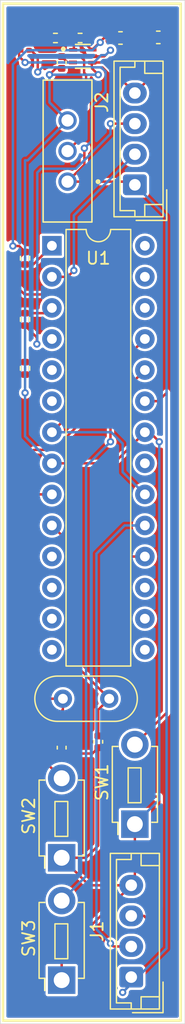
<source format=kicad_pcb>
(kicad_pcb (version 20240108) (generator "pcbnew") (generator_version "8.0")
  (layers (0 "F.Cu" signal) (31 "B.Cu" signal) (34 "B.Paste" user) (35 "F.Paste" user) (36 "B.SilkS" user "B.Silkscreen") (37 "F.SilkS" user "F.Silkscreen") (38 "B.Mask" user) (39 "F.Mask" user) (44 "Edge.Cuts" user))
  (net 0 "")
  (net 1 "Net-(U1-XTAL1{slash}PB6)")
  (net 2 "GND")
  (net 3 "Net-(U1-XTAL2{slash}PB7)")
  (net 4 "os1")
  (net 5 "os2")
  (net 6 "tx")
  (net 7 "rx")
  (net 8 "Net-(U1-~{RESET}{slash}PC6)")
  (net 9 "Net-(U1-PD1)")
  (net 13 "middle")
  (net 17 "left")
  (net 26 "Net-(C4-Pad2)")
  (net 27 "Net-(U3-SW)")
  (net 28 "Net-(U3-FB)")
  (net 29 "Net-(U3-EN)")
  (net 30 "Right")
  (net 31 "vcc2")
  (net 32 "vcc1")
  (footprint "Resistor_SMD:R_0402_1005Metric" (layer "F.Cu") (at 106 86 90)
    (property "Reference" "R1" (hide yes))
    (property "Value" "10k")
    (fp_line (start -0.153641 -0.38) (end 0.153641 -0.38) (stroke (width 0.12)) (layer "F.SilkS"))
    (fp_line (start -0.153641 0.38) (end 0.153641 0.38) (stroke (width 0.12)) (layer "F.SilkS"))
    (pad "1" smd roundrect (at -0.51 0 90) (size 0.54 0.64) (layers "F.Cu" "F.Paste" "F.Mask") (net 8 "Net-(U1-~{RESET}{slash}PC6)"))
    (pad "2" smd roundrect (at 0.51 0 90) (size 0.54 0.64) (layers "F.Cu" "F.Paste" "F.Mask") (net 31 "vcc2"))
  )
  (footprint "Crystal:Crystal_HC52-8mm_Vertical" (layer "F.Cu") (at 112.9 122 180)
    (property "Reference" "Y2" (hide yes))
    (property "Value" "Crystal")
    (fp_line (start -0.45 1.85) (end 4.25 1.85) (stroke (width 0.12)) (layer "F.SilkS"))
    (fp_line (start -0.45 -1.85) (end 4.25 -1.85) (stroke (width 0.12)) (layer "F.SilkS"))
    (fp_arc (start 4.25 -1.85) (mid 6.1 0) (end 4.25 1.85) (stroke (width 0.12)) (layer "F.SilkS"))
    (fp_arc (start -0.45 1.85) (mid -2.3 0) (end -0.45 -1.85) (stroke (width 0.12)) (layer "F.SilkS"))
    (pad "1" thru_hole circle (at 0 0 180) (size 1.5 1.5) (drill 0.8) (layers "*.Cu" "*.Mask") (net 3 "Net-(U1-XTAL2{slash}PB7)"))
    (pad "2" thru_hole circle (at 3.8 0 180) (size 1.5 1.5) (drill 0.8) (layers "*.Cu" "*.Mask") (net 1 "Net-(U1-XTAL1{slash}PB6)"))
  )
  (footprint "Connector_JST:JST_EH_B4B-EH-A_1x04_P2.50mm_Vertical" (layer "F.Cu") (at 114.7 144.75 90)
    (property "Reference" "J1" (at 3.75 -2.8 90) (layer "F.SilkS"))
    (property "Value" "Conn_01x04_Socket" (hide yes))
    (fp_line (start 10.11 -1.71) (end -2.61 -1.71) (stroke (width 0.12)) (layer "F.SilkS"))
    (fp_line (start -2.61 -1.71) (end -2.61 2.31) (stroke (width 0.12)) (layer "F.SilkS"))
    (fp_line (start 9.61 -1.21) (end 9.61 0) (stroke (width 0.12)) (layer "F.SilkS"))
    (fp_line (start -2.11 -1.21) (end 9.61 -1.21) (stroke (width 0.12)) (layer "F.SilkS"))
    (fp_line (start 9.61 0) (end 10.11 0) (stroke (width 0.12)) (layer "F.SilkS"))
    (fp_line (start -2.11 0) (end -2.11 -1.21) (stroke (width 0.12)) (layer "F.SilkS"))
    (fp_line (start -2.61 0) (end -2.11 0) (stroke (width 0.12)) (layer "F.SilkS"))
    (fp_line (start -2.91 0.11) (end -2.91 2.61) (stroke (width 0.12)) (layer "F.SilkS"))
    (fp_line (start 10.11 0.81) (end 9.11 0.81) (stroke (width 0.12)) (layer "F.SilkS"))
    (fp_line (start 9.11 0.81) (end 9.11 2.31) (stroke (width 0.12)) (layer "F.SilkS"))
    (fp_line (start -1.61 0.81) (end -1.61 2.31) (stroke (width 0.12)) (layer "F.SilkS"))
    (fp_line (start -2.61 0.81) (end -1.61 0.81) (stroke (width 0.12)) (layer "F.SilkS"))
    (fp_line (start 10.11 2.31) (end 10.11 -1.71) (stroke (width 0.12)) (layer "F.SilkS"))
    (fp_line (start -2.61 2.31) (end 10.11 2.31) (stroke (width 0.12)) (layer "F.SilkS"))
    (fp_line (start -2.91 2.61) (end -0.41 2.61) (stroke (width 0.12)) (layer "F.SilkS"))
    (pad "1" thru_hole roundrect (at 0 0 90) (size 1.7 1.95) (drill 0.95) (layers "*.Cu" "*.Mask") (roundrect_rratio 0.147059) (net 32 "vcc1"))
    (pad "2" thru_hole oval (at 2.5 0 90) (size 1.7 1.95) (drill 0.95) (layers "*.Cu" "*.Mask") (net 4 "os1"))
    (pad "3" thru_hole oval (at 5 0 90) (size 1.7 1.95) (drill 0.95) (layers "*.Cu" "*.Mask") (net 5 "os2"))
    (pad "4" thru_hole oval (at 7.5 0 90) (size 1.7 1.95) (drill 0.95) (layers "*.Cu" "*.Mask") (net 2 "GND"))
  )
  (footprint "EG1218:SW_EG1218" (layer "F.Cu") (at 109.48 77.24 90)
    (property "Reference" "S2" (hide yes))
    (property "Value" "EG1218")
    (fp_line (start -5.8 -2) (end 5.8 -2) (stroke (width 0.127)) (layer "F.SilkS"))
    (fp_line (start 5.8 2) (end 5.8 -2) (stroke (width 0.127)) (layer "F.SilkS"))
    (fp_line (start -5.8 2) (end -5.8 -2) (stroke (width 0.127)) (layer "F.SilkS"))
    (fp_line (start -5.8 2) (end 5.8 2) (stroke (width 0.127)) (layer "F.SilkS"))
    (fp_circle (center -2.5 2.5) (end -2.5 2.4) (stroke (width 0.2)) (fill none) (layer "F.SilkS"))
    (pad "1" thru_hole circle (at -2.5 0 90) (size 1.508 1.508) (drill 1) (layers "*.Cu" "*.Mask") (net 32 "vcc1"))
    (pad "2" thru_hole circle (at 0 0 90) (size 1.508 1.508) (drill 1) (layers "*.Cu" "*.Mask") (net 29 "Net-(U3-EN)"))
    (pad "3" thru_hole circle (at 2.5 0 90) (size 1.508 1.508) (drill 1) (layers "*.Cu" "*.Mask") (net 2 "GND"))
  )
  (footprint "Package_DIP:DIP-28_W7.62mm" (layer "F.Cu") (at 108.2 84.98)
    (property "Reference" "U1" (at 3.8 1.02 0) (layer "F.SilkS"))
    (property "Value" "ATmega328P-P" (hide yes))
    (fp_line (start 1.16 -1.33) (end 1.16 34.35) (stroke (width 0.12)) (layer "F.SilkS"))
    (fp_line (start 1.16 34.35) (end 6.46 34.35) (stroke (width 0.12)) (layer "F.SilkS"))
    (fp_line (start 2.81 -1.33) (end 1.16 -1.33) (stroke (width 0.12)) (layer "F.SilkS"))
    (fp_line (start 6.46 -1.33) (end 4.81 -1.33) (stroke (width 0.12)) (layer "F.SilkS"))
    (fp_line (start 6.46 34.35) (end 6.46 -1.33) (stroke (width 0.12)) (layer "F.SilkS"))
    (fp_arc (start 4.81 -1.33) (mid 3.81 -0.33) (end 2.81 -1.33) (stroke (width 0.12)) (layer "F.SilkS"))
    (pad "1" thru_hole rect (at 0 0) (size 1.6 1.6) (drill 0.8) (layers "*.Cu" "*.Mask") (net 8 "Net-(U1-~{RESET}{slash}PC6)"))
    (pad "2" thru_hole oval (at 0 2.54) (size 1.6 1.6) (drill 0.8) (layers "*.Cu" "*.Mask") (net 6 "tx"))
    (pad "3" thru_hole oval (at 0 5.08) (size 1.6 1.6) (drill 0.8) (layers "*.Cu" "*.Mask") (net 9 "Net-(U1-PD1)"))
    (pad "4" thru_hole oval (at 0 7.62) (size 1.6 1.6) (drill 0.8) (layers "*.Cu" "*.Mask"))
    (pad "5" thru_hole oval (at 0 10.16) (size 1.6 1.6) (drill 0.8) (layers "*.Cu" "*.Mask"))
    (pad "6" thru_hole oval (at 0 12.7) (size 1.6 1.6) (drill 0.8) (layers "*.Cu" "*.Mask"))
    (pad "7" thru_hole oval (at 0 15.24) (size 1.6 1.6) (drill 0.8) (layers "*.Cu" "*.Mask") (net 31 "vcc2"))
    (pad "8" thru_hole oval (at 0 17.78) (size 1.6 1.6) (drill 0.8) (layers "*.Cu" "*.Mask") (net 2 "GND"))
    (pad "9" thru_hole oval (at 0 20.32) (size 1.6 1.6) (drill 0.8) (layers "*.Cu" "*.Mask") (net 1 "Net-(U1-XTAL1{slash}PB6)"))
    (pad "10" thru_hole oval (at 0 22.86) (size 1.6 1.6) (drill 0.8) (layers "*.Cu" "*.Mask") (net 3 "Net-(U1-XTAL2{slash}PB7)"))
    (pad "11" thru_hole oval (at 0 25.4) (size 1.6 1.6) (drill 0.8) (layers "*.Cu" "*.Mask"))
    (pad "12" thru_hole oval (at 0 27.94) (size 1.6 1.6) (drill 0.8) (layers "*.Cu" "*.Mask"))
    (pad "13" thru_hole oval (at 0 30.48) (size 1.6 1.6) (drill 0.8) (layers "*.Cu" "*.Mask"))
    (pad "14" thru_hole oval (at 0 33.02) (size 1.6 1.6) (drill 0.8) (layers "*.Cu" "*.Mask"))
    (pad "15" thru_hole oval (at 7.62 33.02) (size 1.6 1.6) (drill 0.8) (layers "*.Cu" "*.Mask"))
    (pad "16" thru_hole oval (at 7.62 30.48) (size 1.6 1.6) (drill 0.8) (layers "*.Cu" "*.Mask"))
    (pad "17" thru_hole oval (at 7.62 27.94) (size 1.6 1.6) (drill 0.8) (layers "*.Cu" "*.Mask"))
    (pad "18" thru_hole oval (at 7.62 25.4) (size 1.6 1.6) (drill 0.8) (layers "*.Cu" "*.Mask") (net 5 "os2"))
    (pad "19" thru_hole oval (at 7.62 22.86) (size 1.6 1.6) (drill 0.8) (layers "*.Cu" "*.Mask") (net 4 "os1"))
    (pad "20" thru_hole oval (at 7.62 20.32) (size 1.6 1.6) (drill 0.8) (layers "*.Cu" "*.Mask") (net 31 "vcc2"))
    (pad "21" thru_hole oval (at 7.62 17.78) (size 1.6 1.6) (drill 0.8) (layers "*.Cu" "*.Mask"))
    (pad "22" thru_hole oval (at 7.62 15.24) (size 1.6 1.6) (drill 0.8) (layers "*.Cu" "*.Mask") (net 2 "GND"))
    (pad "23" thru_hole oval (at 7.62 12.7) (size 1.6 1.6) (drill 0.8) (layers "*.Cu" "*.Mask") (net 17 "left"))
    (pad "24" thru_hole oval (at 7.62 10.16) (size 1.6 1.6) (drill 0.8) (layers "*.Cu" "*.Mask") (net 30 "Right"))
    (pad "25" thru_hole oval (at 7.62 7.62) (size 1.6 1.6) (drill 0.8) (layers "*.Cu" "*.Mask") (net 13 "middle"))
    (pad "26" thru_hole oval (at 7.62 5.08) (size 1.6 1.6) (drill 0.8) (layers "*.Cu" "*.Mask"))
    (pad "27" thru_hole oval (at 7.62 2.54) (size 1.6 1.6) (drill 0.8) (layers "*.Cu" "*.Mask"))
    (pad "28" thru_hole oval (at 7.62 0) (size 1.6 1.6) (drill 0.8) (layers "*.Cu" "*.Mask"))
  )
  (footprint "Resistor_SMD:R_0402_1005Metric" (layer "F.Cu") (at 106 95 -90)
    (property "Reference" "R3" (hide yes))
    (property "Value" "1k")
    (fp_line (start -0.153641 0.38) (end 0.153641 0.38) (stroke (width 0.12)) (layer "F.SilkS"))
    (fp_line (start -0.153641 -0.38) (end 0.153641 -0.38) (stroke (width 0.12)) (layer "F.SilkS"))
    (pad "1" smd roundrect (at -0.51 0 270) (size 0.54 0.64) (layers "F.Cu" "F.Paste" "F.Mask") (net 7 "rx"))
    (pad "2" smd roundrect (at 0.51 0 270) (size 0.54 0.64) (layers "F.Cu" "F.Paste" "F.Mask") (net 2 "GND"))
  )
  (footprint "Capacitor_SMD:C_0402_1005Metric" (layer "F.Cu") (at 109 70 90)
    (property "Reference" "C3" (hide yes))
    (property "Value" "10u")
    (fp_line (start -0.107836 -0.36) (end 0.107836 -0.36) (stroke (width 0.12)) (layer "F.SilkS"))
    (fp_line (start -0.107836 0.36) (end 0.107836 0.36) (stroke (width 0.12)) (layer "F.SilkS"))
    (pad "1" smd roundrect (at -0.48 0 90) (size 0.56 0.62) (layers "F.Cu" "F.Paste" "F.Mask") (net 2 "GND"))
    (pad "2" smd roundrect (at 0.48 0 90) (size 0.56 0.62) (layers "F.Cu" "F.Paste" "F.Mask") (net 32 "vcc1"))
  )
  (footprint "Resistor_SMD:R_0402_1005Metric" (layer "F.Cu") (at 110.51 68)
    (property "Reference" "R4" (hide yes))
    (property "Value" "732k")
    (fp_line (start -0.153641 -0.38) (end 0.153641 -0.38) (stroke (width 0.12)) (layer "F.SilkS"))
    (fp_line (start -0.153641 0.38) (end 0.153641 0.38) (stroke (width 0.12)) (layer "F.SilkS"))
    (pad "1" smd roundrect (at -0.51 0) (size 0.54 0.64) (layers "F.Cu" "F.Paste" "F.Mask") (net 28 "Net-(U3-FB)"))
    (pad "2" smd roundrect (at 0.51 0) (size 0.54 0.64) (layers "F.Cu" "F.Paste" "F.Mask") (net 31 "vcc2"))
  )
  (footprint "Resistor_SMD:R_0402_1005Metric" (layer "F.Cu") (at 108.49 68)
    (property "Reference" "R5" (hide yes))
    (property "Value" "100k")
    (fp_line (start -0.153641 -0.38) (end 0.153641 -0.38) (stroke (width 0.12)) (layer "F.SilkS"))
    (fp_line (start -0.153641 0.38) (end 0.153641 0.38) (stroke (width 0.12)) (layer "F.SilkS"))
    (pad "1" smd roundrect (at -0.51 0) (size 0.54 0.64) (layers "F.Cu" "F.Paste" "F.Mask") (net 2 "GND"))
    (pad "2" smd roundrect (at 0.51 0) (size 0.54 0.64) (layers "F.Cu" "F.Paste" "F.Mask") (net 28 "Net-(U3-FB)"))
  )
  (footprint "Capacitor_SMD:C_0402_1005Metric" (layer "F.Cu") (at 109 126 90)
    (property "Reference" "C1" (hide yes))
    (property "Value" "22p")
    (fp_line (start -0.107836 -0.36) (end 0.107836 -0.36) (stroke (width 0.12)) (layer "F.SilkS"))
    (fp_line (start -0.107836 0.36) (end 0.107836 0.36) (stroke (width 0.12)) (layer "F.SilkS"))
    (pad "1" smd roundrect (at -0.48 0 90) (size 0.56 0.62) (layers "F.Cu" "F.Paste" "F.Mask") (net 2 "GND"))
    (pad "2" smd roundrect (at 0.48 0 90) (size 0.56 0.62) (layers "F.Cu" "F.Paste" "F.Mask") (net 1 "Net-(U1-XTAL1{slash}PB6)"))
  )
  (footprint "Capacitor_SMD:C_0603_1608Metric" (layer "F.Cu") (at 116.92 67.95)
    (property "Reference" "C5" (hide yes))
    (property "Value" "22u")
    (fp_line (start -0.14058 -0.51) (end 0.14058 -0.51) (stroke (width 0.12)) (layer "F.SilkS"))
    (fp_line (start -0.14058 0.51) (end 0.14058 0.51) (stroke (width 0.12)) (layer "F.SilkS"))
    (pad "1" smd roundrect (at -0.775 0) (size 0.9 0.95) (layers "F.Cu" "F.Paste" "F.Mask") (net 26 "Net-(C4-Pad2)"))
    (pad "2" smd roundrect (at 0.775 0) (size 0.9 0.95) (layers "F.Cu" "F.Paste" "F.Mask") (net 2 "GND"))
  )
  (footprint "Connector_JST:JST_EH_B4B-EH-A_1x04_P2.50mm_Vertical" (layer "F.Cu") (at 115 80 90)
    (property "Reference" "J2" (at 6.75 -2.71 90) (layer "F.SilkS"))
    (property "Value" "Conn_01x04_Socket" (hide yes))
    (fp_line (start 10.11 -1.71) (end -2.61 -1.71) (stroke (width 0.12)) (layer "F.SilkS"))
    (fp_line (start -2.61 -1.71) (end -2.61 2.31) (stroke (width 0.12)) (layer "F.SilkS"))
    (fp_line (start 9.61 -1.21) (end 9.61 0) (stroke (width 0.12)) (layer "F.SilkS"))
    (fp_line (start -2.11 -1.21) (end 9.61 -1.21) (stroke (width 0.12)) (layer "F.SilkS"))
    (fp_line (start 9.61 0) (end 10.11 0) (stroke (width 0.12)) (layer "F.SilkS"))
    (fp_line (start -2.11 0) (end -2.11 -1.21) (stroke (width 0.12)) (layer "F.SilkS"))
    (fp_line (start -2.61 0) (end -2.11 0) (stroke (width 0.12)) (layer "F.SilkS"))
    (fp_line (start -2.91 0.11) (end -2.91 2.61) (stroke (width 0.12)) (layer "F.SilkS"))
    (fp_line (start 10.11 0.81) (end 9.11 0.81) (stroke (width 0.12)) (layer "F.SilkS"))
    (fp_line (start 9.11 0.81) (end 9.11 2.31) (stroke (width 0.12)) (layer "F.SilkS"))
    (fp_line (start -1.61 0.81) (end -1.61 2.31) (stroke (width 0.12)) (layer "F.SilkS"))
    (fp_line (start -2.61 0.81) (end -1.61 0.81) (stroke (width 0.12)) (layer "F.SilkS"))
    (fp_line (start 10.11 2.31) (end 10.11 -1.71) (stroke (width 0.12)) (layer "F.SilkS"))
    (fp_line (start -2.61 2.31) (end 10.11 2.31) (stroke (width 0.12)) (layer "F.SilkS"))
    (fp_line (start -2.91 2.61) (end -0.41 2.61) (stroke (width 0.12)) (layer "F.SilkS"))
    (pad "1" thru_hole roundrect (at 0 0 90) (size 1.7 1.95) (drill 0.95) (layers "*.Cu" "*.Mask") (roundrect_rratio 0.147059) (net 32 "vcc1"))
    (pad "2" thru_hole oval (at 2.5 0 90) (size 1.7 1.95) (drill 0.95) (layers "*.Cu" "*.Mask") (net 6 "tx"))
    (pad "3" thru_hole oval (at 5 0 90) (size 1.7 1.95) (drill 0.95) (layers "*.Cu" "*.Mask") (net 7 "rx"))
    (pad "4" thru_hole oval (at 7.5 0 90) (size 1.7 1.95) (drill 0.95) (layers "*.Cu" "*.Mask") (net 2 "GND"))
  )
  (footprint "Button_Switch_THT:SW_PUSH_1P1T_6x3.5mm_H4.3_APEM_MJTP1243" (layer "F.Cu") (at 115 132.25 90)
    (property "Reference" "SW1" (at 3.42 -2.7 90) (layer "F.SilkS"))
    (property "Value" "SW_Push")
    (fp_line (start 6.35 -1.85) (end 0.15 -1.85) (stroke (width 0.12)) (layer "F.SilkS"))
    (fp_line (start 6.35 -1.85) (end 6.35 -1.39) (stroke (width 0.12)) (layer "F.SilkS"))
    (fp_line (start 0.15 -1.85) (end 0.15 -1.39) (stroke (width 0.12)) (layer "F.SilkS"))
    (fp_line (start 0.15 -1.39) (end -0.85 -1.39) (stroke (width 0.12)) (layer "F.SilkS"))
    (fp_line (start 6.35 1.39) (end 6.35 1.85) (stroke (width 0.12)) (layer "F.SilkS"))
    (fp_line (start 0.15 1.39) (end 0.15 1.85) (stroke (width 0.12)) (layer "F.SilkS"))
    (fp_line (start 0.15 1.85) (end 6.35 1.85) (stroke (width 0.12)) (layer "F.SilkS"))
    (fp_rect (start 1.75 -0.55) (end 4.6 0.5) (stroke (width 0.12)) (fill none) (layer "F.SilkS"))
    (pad "1" thru_hole rect (at 0 0 180) (size 2.25 2.25) (drill 1.3) (layers "*.Cu" "*.Mask") (net 2 "GND"))
    (pad "2" thru_hole circle (at 6.5 0 180) (size 2.25 2.25) (drill 1.3) (layers "*.Cu" "*.Mask") (net 17 "left"))
  )
  (footprint "TPS61023DRLT:SOT50P160X60-6N" (layer "F.Cu") (at 110.735 69.5)
    (property "Reference" "U3" (hide yes))
    (property "Value" "TPS61023DRLT" (hide yes))
    (fp_line (start -0.6 -0.975) (end 0.6 -0.975) (stroke (width 0.127)) (layer "F.SilkS"))
    (fp_line (start -0.6 0.975) (end 0.6 0.975) (stroke (width 0.127)) (layer "F.SilkS"))
    (fp_circle (center -1.6 -0.6) (end -1.6 -0.7) (stroke (width 0.2)) (fill none) (layer "F.SilkS"))
    (pad "1" smd rect (at -0.79 -0.53) (size 0.66 0.31) (layers "F.Cu" "F.Paste" "F.Mask") (net 28 "Net-(U3-FB)"))
    (pad "2" smd rect (at -0.8 -0.01) (size 0.66 0.31) (layers "F.Cu" "F.Paste" "F.Mask") (net 29 "Net-(U3-EN)"))
    (pad "3" smd rect (at -0.82 0.5) (size 0.66 0.31) (layers "F.Cu" "F.Paste" "F.Mask") (net 32 "vcc1"))
    (pad "4" smd rect (at 0.78 0.52) (size 0.66 0.31) (layers "F.Cu" "F.Paste" "F.Mask") (net 2 "GND"))
    (pad "5" smd rect (at 0.83 -0.01) (size 0.66 0.31) (layers "F.Cu" "F.Paste" "F.Mask") (net 27 "Net-(U3-SW)"))
    (pad "6" smd rect (at 0.79 -0.55) (size 0.66 0.31) (layers "F.Cu" "F.Paste" "F.Mask") (net 31 "vcc2"))
  )
  (footprint "Inductor_SMD:L_0201_0603Metric" (layer "F.Cu") (at 106 69 180)
    (property "Reference" "L3" (hide yes))
    (property "Value" "1u")
    (pad "1" smd roundrect (at -0.32 0 180) (size 0.46 0.4) (layers "F.Cu" "F.Mask") (net 32 "vcc1"))
    (pad "2" smd roundrect (at 0.36 0 180) (size 0.46 0.4) (layers "F.Cu" "F.Mask") (net 27 "Net-(U3-SW)"))
  )
  (footprint "Button_Switch_THT:SW_PUSH_1P1T_6x3.5mm_H4.3_APEM_MJTP1243" (layer "F.Cu") (at 109 135 90)
    (property "Reference" "SW2" (at 3.42 -2.7 90) (layer "F.SilkS"))
    (property "Value" "SW_Push")
    (fp_line (start 6.35 -1.85) (end 0.15 -1.85) (stroke (width 0.12)) (layer "F.SilkS"))
    (fp_line (start 6.35 -1.85) (end 6.35 -1.39) (stroke (width 0.12)) (layer "F.SilkS"))
    (fp_line (start 0.15 -1.85) (end 0.15 -1.39) (stroke (width 0.12)) (layer "F.SilkS"))
    (fp_line (start 0.15 -1.39) (end -0.85 -1.39) (stroke (width 0.12)) (layer "F.SilkS"))
    (fp_line (start 6.35 1.39) (end 6.35 1.85) (stroke (width 0.12)) (layer "F.SilkS"))
    (fp_line (start 0.15 1.39) (end 0.15 1.85) (stroke (width 0.12)) (layer "F.SilkS"))
    (fp_line (start 0.15 1.85) (end 6.35 1.85) (stroke (width 0.12)) (layer "F.SilkS"))
    (fp_rect (start 1.75 -0.55) (end 4.6 0.5) (stroke (width 0.12)) (fill none) (layer "F.SilkS"))
    (pad "1" thru_hole rect (at 0 0 180) (size 2.25 2.25) (drill 1.3) (layers "*.Cu" "*.Mask") (net 2 "GND"))
    (pad "2" thru_hole circle (at 6.5 0 180) (size 2.25 2.25) (drill 1.3) (layers "*.Cu" "*.Mask") (net 13 "middle"))
  )
  (footprint "Button_Switch_THT:SW_PUSH_1P1T_6x3.5mm_H4.3_APEM_MJTP1243" (layer "F.Cu") (at 109 145 90)
    (property "Reference" "SW3" (at 3.42 -2.7 90) (layer "F.SilkS"))
    (property "Value" "SW_Push" (hide yes))
    (fp_line (start 6.35 -1.85) (end 0.15 -1.85) (stroke (width 0.12)) (layer "F.SilkS"))
    (fp_line (start 6.35 -1.85) (end 6.35 -1.39) (stroke (width 0.12)) (layer "F.SilkS"))
    (fp_line (start 0.15 -1.85) (end 0.15 -1.39) (stroke (width 0.12)) (layer "F.SilkS"))
    (fp_line (start 0.15 -1.39) (end -0.85 -1.39) (stroke (width 0.12)) (layer "F.SilkS"))
    (fp_line (start 6.35 1.39) (end 6.35 1.85) (stroke (width 0.12)) (layer "F.SilkS"))
    (fp_line (start 0.15 1.39) (end 0.15 1.85) (stroke (width 0.12)) (layer "F.SilkS"))
    (fp_line (start 0.15 1.85) (end 6.35 1.85) (stroke (width 0.12)) (layer "F.SilkS"))
    (fp_rect (start 1.75 -0.55) (end 4.6 0.5) (stroke (width 0.12)) (fill none) (layer "F.SilkS"))
    (pad "1" thru_hole rect (at 0 0 180) (size 2.25 2.25) (drill 1.3) (layers "*.Cu" "*.Mask") (net 2 "GND"))
    (pad "2" thru_hole circle (at 6.5 0 180) (size 2.25 2.25) (drill 1.3) (layers "*.Cu" "*.Mask") (net 30 "Right"))
  )
  (footprint "Capacitor_SMD:C_0402_1005Metric" (layer "F.Cu") (at 112 125.52 -90)
    (property "Reference" "C2" (hide yes))
    (property "Value" "22p")
    (fp_line (start -0.107836 0.36) (end 0.107836 0.36) (stroke (width 0.12)) (layer "F.SilkS"))
    (fp_line (start -0.107836 -0.36) (end 0.107836 -0.36) (stroke (width 0.12)) (layer "F.SilkS"))
    (pad "1" smd roundrect (at -0.48 0 270) (size 0.56 0.62) (layers "F.Cu" "F.Paste" "F.Mask") (net 3 "Net-(U1-XTAL2{slash}PB7)"))
    (pad "2" smd roundrect (at 0.48 0 270) (size 0.56 0.62) (layers "F.Cu" "F.Paste" "F.Mask") (net 2 "GND"))
  )
  (footprint "Capacitor_SMD:C_0603_1608Metric" (layer "F.Cu") (at 113.82 68)
    (property "Reference" "C4" (hide yes))
    (property "Value" "22u")
    (fp_line (start -0.14058 -0.51) (end 0.14058 -0.51) (stroke (width 0.12)) (layer "F.SilkS"))
    (fp_line (start -0.14058 0.51) (end 0.14058 0.51) (stroke (width 0.12)) (layer "F.SilkS"))
    (pad "1" smd roundrect (at -0.775 0) (size 0.9 0.95) (layers "F.Cu" "F.Paste" "F.Mask") (net 31 "vcc2"))
    (pad "2" smd roundrect (at 0.775 0) (size 0.9 0.95) (layers "F.Cu" "F.Paste" "F.Mask") (net 26 "Net-(C4-Pad2)"))
  )
  (footprint "Resistor_SMD:R_0402_1005Metric" (layer "F.Cu") (at 106 91 90)
    (property "Reference" "R2" (hide yes))
    (property "Value" "2k")
    (fp_line (start -0.153641 -0.38) (end 0.153641 -0.38) (stroke (width 0.12)) (layer "F.SilkS"))
    (fp_line (start -0.153641 0.38) (end 0.153641 0.38) (stroke (width 0.12)) (layer "F.SilkS"))
    (pad "1" smd roundrect (at -0.51 0 90) (size 0.54 0.64) (layers "F.Cu" "F.Paste" "F.Mask") (net 7 "rx"))
    (pad "2" smd roundrect (at 0.51 0 90) (size 0.54 0.64) (layers "F.Cu" "F.Paste" "F.Mask") (net 9 "Net-(U1-PD1)"))
  )
  (gr_rect (start 104.19 65.19) (end 118.76 148.31) (stroke (width 0.2)) (fill none) (layer "F.SilkS"))
  (gr_rect (start 103.97 64.92) (end 119.1 148.57) (stroke (width 0.05)) (fill none) (layer "Edge.Cuts"))
  (segment (start 109.1 122) (end 109.1 122.9) (width 0.2) (layer "F.Cu") (net 1))
  (segment (start 108 122) (end 106 120) (width 0.2) (layer "F.Cu") (net 1))
  (segment (start 109.1 122.9) (end 109 123) (width 0.2) (layer "F.Cu") (net 1))
  (segment (start 106 106) (end 106.7 105.3) (width 0.2) (layer "F.Cu") (net 1))
  (segment (start 106 120) (end 106 106) (width 0.2) (layer "F.Cu") (net 1))
  (segment (start 109.1 122) (end 108 122) (width 0.2) (layer "F.Cu") (net 1))
  (segment (start 106.7 105.3) (end 108.2 105.3) (width 0.2) (layer "F.Cu") (net 1))
  (segment (start 109 123) (end 109 125.52) (width 0.2) (layer "F.Cu") (net 1))
  (segment (start 109 145) (end 109 142.95) (width 0.2) (layer "F.Cu") (net 2))
  (segment (start 117.695 69.805) (end 117.695 67.95) (width 0.2) (layer "F.Cu") (net 2))
  (segment (start 115 132.25) (end 115 136.95) (width 0.2) (layer "F.Cu") (net 2))
  (segment (start 111.47 70) (end 112.5 70) (width 0.2) (layer "F.Cu") (net 2))
  (segment (start 114.48 71.98) (end 115 72.5) (width 0.2) (layer "F.Cu") (net 2))
  (segment (start 109 135) (end 111.25 137.25) (width 0.2) (layer "F.Cu") (net 2))
  (segment (start 108 67) (end 107.98 67.02) (width 0.2) (layer "F.Cu") (net 2))
  (segment (start 114.7 137.25) (end 111.25 137.25) (width 0.2) (layer "F.Cu") (net 2))
  (segment (start 116.745 67) (end 108 67) (width 0.2) (layer "F.Cu") (net 2))
  (segment (start 113.28 102.76) (end 115.82 100.22) (width 0.2) (layer "F.Cu") (net 2))
  (segment (start 111.52 126.48) (end 112 126) (width 0.2) (layer "F.Cu") (net 2))
  (segment (start 107.98 67.02) (end 107.98 68) (width 0.2) (layer "F.Cu") (net 2))
  (segment (start 116.22 100.22) (end 117 101) (width 0.2) (layer "F.Cu") (net 2))
  (segment (start 115 136.95) (end 114.7 137.25) (width 0.2) (layer "F.Cu") (net 2))
  (segment (start 108.52 70.48) (end 108 71) (width 0.2) (layer "F.Cu") (net 2))
  (segment (start 117.695 67.95) (end 116.745 67) (width 0.2) (layer "F.Cu") (net 2))
  (segment (start 111.47 70.47) (end 112 71) (width 0.2) (layer "F.Cu") (net 2))
  (segment (start 111.47 70.03) (end 111.47 70.47) (width 0.2) (layer "F.Cu") (net 2))
  (segment (start 115 72.5) (end 117.695 69.805) (width 0.2) (layer "F.Cu") (net 2))
  (segment (start 109 135) (end 111 135) (width 0.2) (layer "F.Cu") (net 2))
  (segment (start 111 135) (end 112 134) (width 0.2) (layer "F.Cu") (net 2))
  (segment (start 108.2 102.76) (end 113.28 102.76) (width 0.2) (layer "F.Cu") (net 2))
  (segment (start 115.82 100.22) (end 116.22 100.22) (width 0.2) (layer "F.Cu") (net 2))
  (segment (start 109 142.95) (end 114.7 137.25) (width 0.2) (layer "F.Cu") (net 2))
  (segment (start 109 126.48) (end 111.52 126.48) (width 0.2) (layer "F.Cu") (net 2))
  (segment (start 106 95.51) (end 106 97) (width 0.2) (layer "F.Cu") (net 2))
  (segment (start 112.5 70) (end 115 72.5) (width 0.2) (layer "F.Cu") (net 2))
  (segment (start 109 70.48) (end 108.52 70.48) (width 0.2) (layer "F.Cu") (net 2))
  (segment (start 112 134) (end 112 126) (width 0.2) (layer "F.Cu") (net 2))
  (via (at 112 71) (size 0.6) (drill 0.3) (layers "F.Cu" "B.Cu") (net 2))
  (via (at 117 101) (size 0.6) (drill 0.3) (layers "F.Cu" "B.Cu") (net 2))
  (via (at 108 71) (size 0.6) (drill 0.3) (layers "F.Cu" "B.Cu") (net 2))
  (via (at 106 97) (size 0.6) (drill 0.3) (layers "F.Cu" "B.Cu") (net 2))
  (segment (start 106 100.56) (end 108.2 102.76) (width 0.2) (layer "B.Cu") (net 2))
  (segment (start 106 97) (end 106 78) (width 0.2) (layer "B.Cu") (net 2))
  (segment (start 117 101) (end 117 130.25) (width 0.2) (layer "B.Cu") (net 2))
  (segment (start 106 97) (end 106 100.56) (width 0.2) (layer "B.Cu") (net 2))
  (segment (start 117 130.25) (end 115 132.25) (width 0.2) (layer "B.Cu") (net 2))
  (segment (start 106.22 78) (end 109.48 74.74) (width 0.2) (layer "B.Cu") (net 2))
  (segment (start 108 71) (end 108 73.26) (width 0.2) (layer "B.Cu") (net 2))
  (segment (start 106 78) (end 106.22 78) (width 0.2) (layer "B.Cu") (net 2))
  (segment (start 108 71) (end 112 71) (width 0.2) (layer "B.Cu") (net 2))
  (segment (start 108 73.26) (end 109.48 74.74) (width 0.2) (layer "B.Cu") (net 2))
  (segment (start 109.3 118.7) (end 109.3 108.94) (width 0.2) (layer "F.Cu") (net 3))
  (segment (start 109 119) (end 109.3 118.7) (width 0.2) (layer "F.Cu") (net 3))
  (segment (start 109.9 119) (end 109 119) (width 0.2) (layer "F.Cu") (net 3))
  (segment (start 112 125.04) (end 112 122.9) (width 0.2) (layer "F.Cu") (net 3))
  (segment (start 112.9 122) (end 109.9 119) (width 0.2) (layer "F.Cu") (net 3))
  (segment (start 112 122.9) (end 112.9 122) (width 0.2) (layer "F.Cu") (net 3))
  (segment (start 109.3 108.94) (end 108.2 107.84) (width 0.2) (layer "F.Cu") (net 3))
  (segment (start 114.7 142.25) (end 113.25 142.25) (width 0.2) (layer "F.Cu") (net 4))
  (segment (start 113.25 142.25) (end 113 142) (width 0.2) (layer "F.Cu") (net 4))
  (via (at 113 142) (size 0.6) (drill 0.3) (layers "F.Cu" "B.Cu") (net 4))
  (segment (start 111.85 140.85) (end 111.85 110.15) (width 0.2) (layer "B.Cu") (net 4))
  (segment (start 111.85 110.15) (end 114.16 107.84) (width 0.2) (layer "B.Cu") (net 4))
  (segment (start 114.16 107.84) (end 115.82 107.84) (width 0.2) (layer "B.Cu") (net 4))
  (segment (start 113 142) (end 111.85 140.85) (width 0.2) (layer "B.Cu") (net 4))
  (segment (start 117 139) (end 116 140) (width 0.2) (layer "F.Cu") (net 5))
  (segment (start 115.75 139.75) (end 114.7 139.75) (width 0.2) (layer "F.Cu") (net 5))
  (segment (start 113 111) (end 114 112) (width 0.2) (layer "F.Cu") (net 5))
  (segment (start 113.62 110.38) (end 113 111) (width 0.2) (layer "F.Cu") (net 5))
  (segment (start 116 140) (end 115.75 139.75) (width 0.2) (layer "F.Cu") (net 5))
  (segment (start 113.575 124.425) (end 113.575 129.575) (width 0.2) (layer "F.Cu") (net 5))
  (segment (start 113.575 129.575) (end 114 130) (width 0.2) (layer "F.Cu") (net 5))
  (segment (start 114 112) (end 114 124) (width 0.2) (layer "F.Cu") (net 5))
  (segment (start 114 130) (end 117 130) (width 0.2) (layer "F.Cu") (net 5))
  (segment (start 114 124) (end 113.575 124.425) (width 0.2) (layer "F.Cu") (net 5))
  (segment (start 115.82 110.38) (end 113.62 110.38) (width 0.2) (layer "F.Cu") (net 5))
  (segment (start 117 130) (end 117 139) (width 0.2) (layer "F.Cu") (net 5))
  (segment (start 108.2 87.52) (end 109.48 87.52) (width 0.2) (layer "F.Cu") (net 6))
  (segment (start 109.48 87.52) (end 110 87) (width 0.2) (layer "F.Cu") (net 6))
  (via (at 110 87) (size 0.6) (drill 0.3) (layers "F.Cu" "B.Cu") (net 6))
  (segment (start 110 87) (end 110 82.5) (width 0.2) (layer "B.Cu") (net 6))
  (segment (start 110 82.5) (end 115 77.5) (width 0.2) (layer "B.Cu") (net 6))
  (segment (start 115 75) (end 113 75) (width 0.2) (layer "F.Cu") (net 7))
  (segment (start 106.96671 92.47671) (end 106 91.51) (width 0.2) (layer "F.Cu") (net 7))
  (segment (start 106 91.51) (end 106 94.49) (width 0.2) (layer "F.Cu") (net 7))
  (segment (start 106.96671 93.011097) (end 106.96671 92.47671) (width 0.2) (layer "F.Cu") (net 7))
  (via (at 113 75) (size 0.6) (drill 0.3) (layers "F.Cu" "B.Cu") (net 7))
  (via (at 106.96671 93.011097) (size 0.6) (drill 0.3) (layers "F.Cu" "B.Cu") (net 7))
  (segment (start 107 79) (end 107.314 78.686) (width 0.2) (layer "B.Cu") (net 7))
  (segment (start 110.162529 78.686) (end 113 75.848529) (width 0.2) (layer "B.Cu") (net 7))
  (segment (start 107 92.977807) (end 106.96671 93.011097) (width 0.2) (layer "B.Cu") (net 7))
  (segment (start 107 79) (end 107 92.977807) (width 0.2) (layer "B.Cu") (net 7))
  (segment (start 113 75) (end 113 75.848529) (width 0.2) (layer "B.Cu") (net 7))
  (segment (start 107.314 78.686) (end 110.162529 78.686) (width 0.2) (layer "B.Cu") (net 7))
  (segment (start 106.67 86.51) (end 106 86.51) (width 0.2) (layer "F.Cu") (net 8))
  (segment (start 108.2 84.98) (end 106.67 86.51) (width 0.2) (layer "F.Cu") (net 8))
  (segment (start 107.77 90.49) (end 108.2 90.06) (width 0.2) (layer "F.Cu") (net 9))
  (segment (start 106 90.49) (end 107.77 90.49) (width 0.2) (layer "F.Cu") (net 9))
  (segment (start 108.34 101.66) (end 114.72 95.28) (width 0.2) (layer "F.Cu") (net 13))
  (segment (start 114.72 95.28) (end 114.72 93.7) (width 0.2) (layer "F.Cu") (net 13))
  (segment (start 105.4 103) (end 106.74 101.66) (width 0.2) (layer "F.Cu") (net 13))
  (segment (start 109 128.5) (end 105.4 124.9) (width 0.2) (layer "F.Cu") (net 13))
  (segment (start 106.74 101.66) (end 108.34 101.66) (width 0.2) (layer "F.Cu") (net 13))
  (segment (start 114.72 93.7) (end 115.82 92.6) (width 0.2) (layer "F.Cu") (net 13))
  (segment (start 105.4 124.9) (end 105.4 103) (width 0.2) (layer "F.Cu") (net 13))
  (segment (start 117.6 123.15) (end 117.6 97) (width 0.2) (layer "F.Cu") (net 17))
  (segment (start 115 125.75) (end 117.6 123.15) (width 0.2) (layer "F.Cu") (net 17))
  (segment (start 117.6 97) (end 116.92 97.68) (width 0.2) (layer "F.Cu") (net 17))
  (segment (start 116.92 97.68) (end 115.82 97.68) (width 0.2) (layer "F.Cu") (net 17))
  (segment (start 116.145 67.95) (end 114.645 67.95) (width 0.2) (layer "F.Cu") (net 26))
  (segment (start 114.645 67.95) (end 114.595 68) (width 0.2) (layer "F.Cu") (net 26))
  (segment (start 111.495 69.5) (end 112.5 69.5) (width 0.2) (layer "F.Cu") (net 27))
  (segment (start 105.515 69.515) (end 106 70) (width 0.2) (layer "F.Cu") (net 27))
  (segment (start 112.5 69.5) (end 113 69) (width 0.2) (layer "F.Cu") (net 27))
  (segment (start 105.515 69) (end 105.515 69.515) (width 0.2) (layer "F.Cu") (net 27))
  (via (at 113 69) (size 0.6) (drill 0.3) (layers "F.Cu" "B.Cu") (net 27))
  (via (at 106 70) (size 0.6) (drill 0.3) (layers "F.Cu" "B.Cu") (net 27))
  (segment (start 111.635863 70) (end 106 70) (width 0.2) (layer "B.Cu") (net 27))
  (segment (start 112.235862 69.400001) (end 111.635863 70) (width 0.2) (layer "B.Cu") (net 27))
  (segment (start 112.235862 69.400001) (end 112.599999 69.400001) (width 0.2) (layer "B.Cu") (net 27))
  (segment (start 112.599999 69.400001) (end 113 69) (width 0.2) (layer "B.Cu") (net 27))
  (segment (start 110 69) (end 110 68) (width 0.2) (layer "F.Cu") (net 28))
  (segment (start 109 68) (end 110 68) (width 0.2) (layer "F.Cu") (net 28))
  (segment (start 110 69.5) (end 110.53 69.5) (width 0.2) (layer "F.Cu") (net 29))
  (segment (start 110.84 69.81) (end 110.84 70.84) (width 0.2) (layer "F.Cu") (net 29))
  (segment (start 110.827 75.893) (end 110.827 73.827) (width 0.2) (layer "F.Cu") (net 29))
  (segment (start 110.53 69.5) (end 110.84 69.81) (width 0.2) (layer "F.Cu") (net 29))
  (segment (start 111 71) (end 111 73.654) (width 0.2) (layer "F.Cu") (net 29))
  (segment (start 109.48 77.24) (end 110.827 75.893) (width 0.2) (layer "F.Cu") (net 29))
  (segment (start 110.84 70.84) (end 111 71) (width 0.2) (layer "F.Cu") (net 29))
  (segment (start 111 73.654) (end 110.827 73.827) (width 0.2) (layer "F.Cu") (net 29))
  (segment (start 113 97.96) (end 113 101) (width 0.2) (layer "F.Cu") (net 30))
  (segment (start 115.82 95.14) (end 113 97.96) (width 0.2) (layer "F.Cu") (net 30))
  (via (at 113 101) (size 0.6) (drill 0.3) (layers "F.Cu" "B.Cu") (net 30))
  (segment (start 111 136.5) (end 109 138.5) (width 0.2) (layer "B.Cu") (net 30))
  (segment (start 113 101) (end 111 103) (width 0.2) (layer "B.Cu") (net 30))
  (segment (start 111 103) (end 111 136.5) (width 0.2) (layer "B.Cu") (net 30))
  (segment (start 105 88) (end 105 86.49) (width 0.2) (layer "F.Cu") (net 31))
  (segment (start 105.96 88.96) (end 105 88) (width 0.2) (layer "F.Cu") (net 31))
  (segment (start 105 86.49) (end 106 85.49) (width 0.2) (layer "F.Cu") (net 31))
  (segment (start 109.96 88.96) (end 105.96 88.96) (width 0.2) (layer "F.Cu") (net 31))
  (segment (start 111 97.42) (end 111 90) (width 0.2) (layer "F.Cu") (net 31))
  (segment (start 112.47 68) (end 111.47 69) (width 0.2) (layer "F.Cu") (net 31))
  (segment (start 105 85) (end 105.51 85) (width 0.2) (layer "F.Cu") (net 31))
  (segment (start 108.2 100.22) (end 111 97.42) (width 0.2) (layer "F.Cu") (net 31))
  (segment (start 111.02 68.55) (end 111.47 69) (width 0.2) (layer "F.Cu") (net 31))
  (segment (start 111 90) (end 109.96 88.96) (width 0.2) (layer "F.Cu") (net 31))
  (segment (start 105.51 85) (end 106 85.49) (width 0.2) (layer "F.Cu") (net 31))
  (segment (start 111.02 68) (end 111.02 68.55) (width 0.2) (layer "F.Cu") (net 31))
  (segment (start 112.47 68) (end 113.045 68) (width 0.2) (layer "F.Cu") (net 31))
  (via (at 112.16 68.36) (size 0.6) (drill 0.3) (layers "F.Cu" "B.Cu") (net 31))
  (via (at 105 85) (size 0.6) (drill 0.3) (layers "F.Cu" "B.Cu") (net 31))
  (segment (start 114 103.48) (end 115.82 105.3) (width 0.2) (layer "B.Cu") (net 31))
  (segment (start 108.2 100.22) (end 113.068529 100.22) (width 0.2) (layer "B.Cu") (net 31))
  (segment (start 113.068529 100.22) (end 114 101.151471) (width 0.2) (layer "B.Cu") (net 31))
  (segment (start 111.52 69) (end 112.16 68.36) (width 0.2) (layer "B.Cu") (net 31))
  (segment (start 106.151471 69) (end 105 70.151471) (width 0.2) (layer "B.Cu") (net 31))
  (segment (start 111.47 69) (end 111.52 69) (width 0.2) (layer "B.Cu") (net 31))
  (segment (start 114 101.151471) (end 114 103.48) (width 0.2) (layer "B.Cu") (net 31))
  (segment (start 105 70.151471) (end 105 85) (width 0.2) (layer "B.Cu") (net 31))
  (segment (start 111.47 69) (end 106.151471 69) (width 0.2) (layer "B.Cu") (net 31))
  (segment (start 112.18 68.34) (end 112.16 68.36) (width 0.2) (layer "B.Cu") (net 31))
  (segment (start 107.04 69.555) (end 106.485 69) (width 0.2) (layer "F.Cu") (net 32))
  (segment (start 110.054 70.054) (end 110 70) (width 0.2) (layer "F.Cu") (net 32))
  (segment (start 114.7 145.3) (end 114 146) (width 0.2) (layer "F.Cu") (net 32))
  (segment (start 114.7 144.75) (end 114.7 145.3) (width 0.2) (layer "F.Cu") (net 32))
  (segment (start 109.48 70) (end 109 69.52) (width 0.2) (layer "F.Cu") (net 32))
  (segment (start 107.005 69.52) (end 106.485 69) (width 0.2) (layer "F.Cu") (net 32))
  (segment (start 110 70) (end 109.48 70) (width 0.2) (layer "F.Cu") (net 32))
  (segment (start 114.74 79.74) (end 115 80) (width 0.2) (layer "F.Cu") (net 32))
  (segment (start 109 69.52) (end 107.005 69.52) (width 0.2) (layer "F.Cu") (net 32))
  (segment (start 110.86 78.36) (end 110.86 77.01) (width 0.2) (layer "F.Cu") (net 32))
  (segment (start 109.48 79.74) (end 114.74 79.74) (width 0.2) (layer "F.Cu") (net 32))
  (segment (start 107.04 70.78) (end 107.04 69.555) (width 0.2) (layer "F.Cu") (net 32))
  (segment (start 109.48 79.74) (end 110.86 78.36) (width 0.2) (layer "F.Cu") (net 32))
  (via (at 107.04 70.78) (size 0.6) (drill 0.3) (layers "F.Cu" "B.Cu") (net 32))
  (via (at 114 146) (size 0.6) (drill 0.3) (layers "F.Cu" "B.Cu") (net 32))
  (via (at 110.86 77.01) (size 0.6) (drill 0.3) (layers "F.Cu" "B.Cu") (net 32))
  (segment (start 117.6 142.4) (end 117.6 82.6) (width 0.2) (layer "B.Cu") (net 32))
  (segment (start 114 146) (end 117.6 142.4) (width 0.2) (layer "B.Cu") (net 32))
  (segment (start 112.6 70.751471) (end 112.248529 70.4) (width 0.2) (layer "B.Cu") (net 32))
  (segment (start 111.427 76.443) (end 111.427 73.578471) (width 0.2) (layer "B.Cu") (net 32))
  (segment (start 107.42 70.4) (end 107.04 70.78) (width 0.2) (layer "B.Cu") (net 32))
  (segment (start 114.72 80.28) (end 115 80) (width 0.2) (layer "B.Cu") (net 32))
  (segment (start 112.248529 70.4) (end 107.42 70.4) (width 0.2) (layer "B.Cu") (net 32))
  (segment (start 110.86 77.01) (end 111.427 76.443) (width 0.2) (layer "B.Cu") (net 32))
  (segment (start 117.6 82.6) (end 115 80) (width 0.2) (layer "B.Cu") (net 32))
  (segment (start 111.427 73.578471) (end 112.6 72.405471) (width 0.2) (layer "B.Cu") (net 32))
  (segment (start 112.6 72.405471) (end 112.6 70.751471) (width 0.2) (layer "B.Cu") (net 32))
  (zone (net 0) (net_name "") (layer "F.Cu") (connect_pads (clearance 0)) (min_thickness 0.25) (fill yes (thermal_gap 0.5) (thermal_bridge_width 0.5) (island_removal_mode 1) (island_area_min 10))
    (polygon (pts (xy 103.98 64.92) (xy 119.1 64.92) (xy 119.1 148.5) (xy 103.97 148.5)))
  )
  (zone (net 0) (net_name "") (layer "B.Cu") (priority 1) (connect_pads (clearance 0)) (min_thickness 0.25) (fill yes (thermal_gap 0.5) (thermal_bridge_width 0.5) (island_removal_mode 1) (island_area_min 10))
    (polygon (pts (xy 103.97 64.92) (xy 119.1 64.92) (xy 119.1 148.5) (xy 103.97 148.5)))
  )
)
</source>
